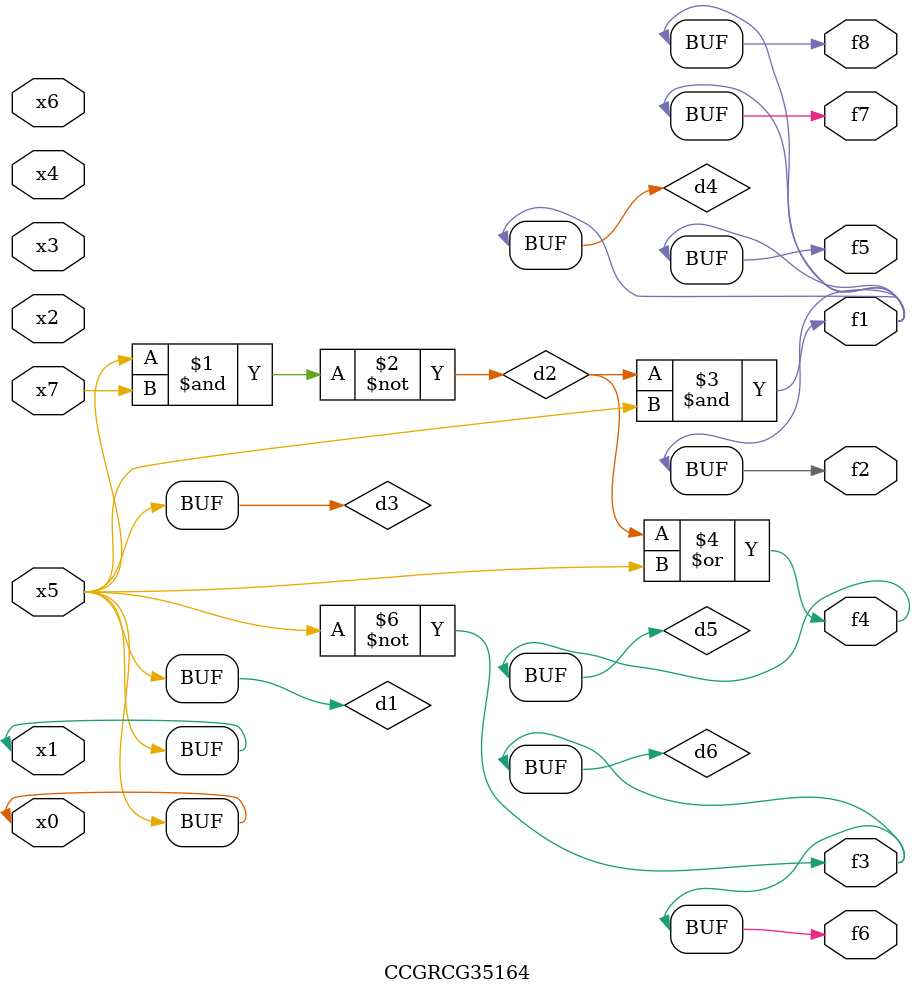
<source format=v>
module CCGRCG35164(
	input x0, x1, x2, x3, x4, x5, x6, x7,
	output f1, f2, f3, f4, f5, f6, f7, f8
);

	wire d1, d2, d3, d4, d5, d6;

	buf (d1, x0, x5);
	nand (d2, x5, x7);
	buf (d3, x0, x1);
	and (d4, d2, d3);
	or (d5, d2, d3);
	nor (d6, d1, d3);
	assign f1 = d4;
	assign f2 = d4;
	assign f3 = d6;
	assign f4 = d5;
	assign f5 = d4;
	assign f6 = d6;
	assign f7 = d4;
	assign f8 = d4;
endmodule

</source>
